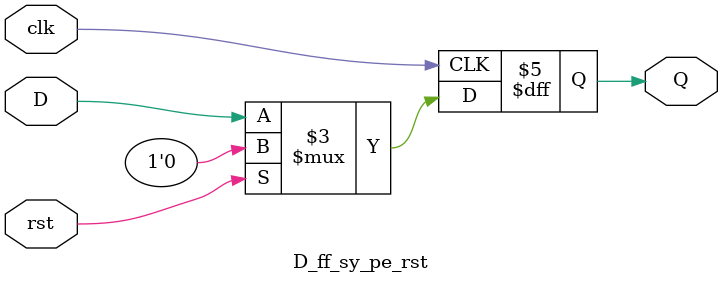
<source format=sv>
module D_ff_sy_pe_rst(Q,D,clk,rst);
  input D,clk,rst;
  output reg Q;
  
  always @(posedge clk )
    begin
      if(rst) Q <= 1'b0; 
      else Q <= D;
    end
endmodule

</source>
